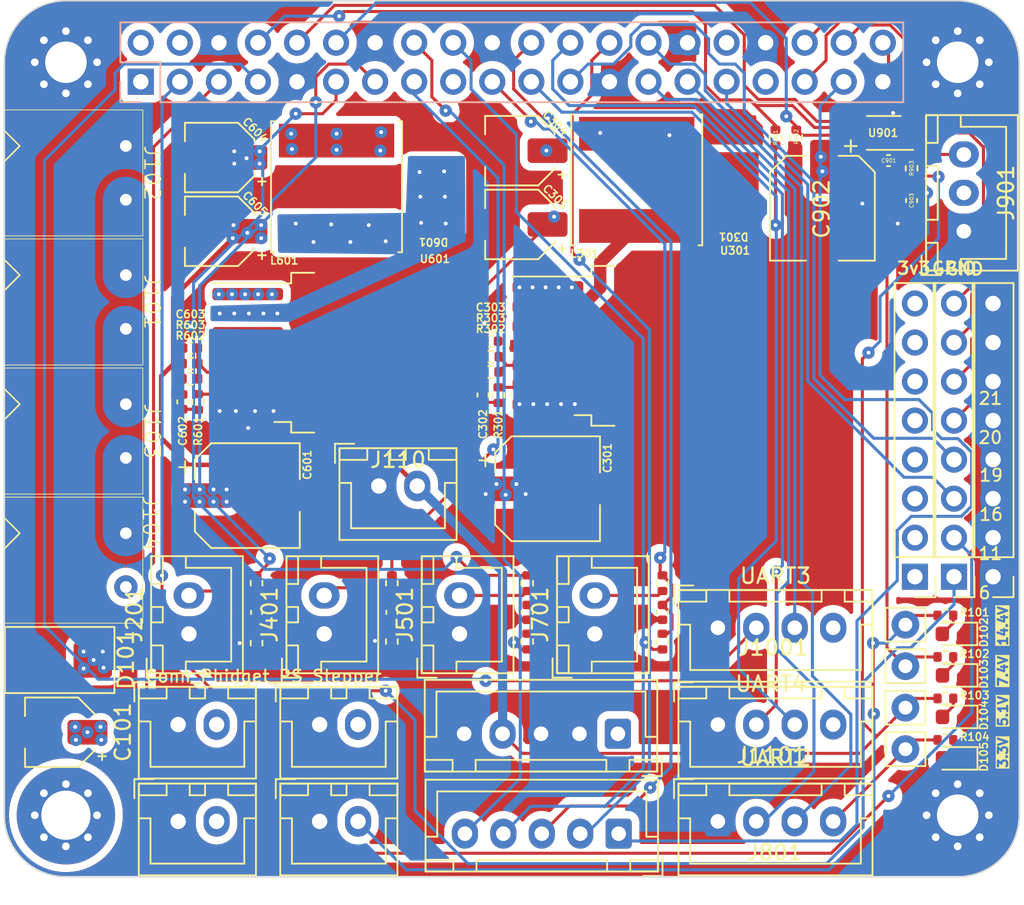
<source format=kicad_pcb>
(kicad_pcb (version 20221018) (generator pcbnew)
  (layers (0 "F.Cu" signal) (1 "In1.Cu" signal "In1.Cu - GND") (2 "In2.Cu" signal "In2.Cu - Power Supply") (31 "B.Cu" signal) (34 "B.Paste" user) (35 "F.Paste" user) (36 "B.SilkS" user "B.Silkscreen") (37 "F.SilkS" user "F.Silkscreen") (38 "B.Mask" user) (39 "F.Mask" user) (44 "Edge.Cuts" user))
  (property "Rbas" "2k8")
  (net 0 "")
  (net 1 "/FDC_2")
  (net 2 "GND")
  (net 3 "/FDC_3")
  (net 4 "/FDC_1")
  (net 5 "/FDC_4")
  (net 6 "+3.3V")
  (net 7 "7.4V")
  (net 8 "/GPIO2")
  (net 9 "/GPIO3")
  (net 10 "/GPIO6")
  (net 11 "/GPIO11")
  (net 12 "/GPIO16")
  (net 13 "/GPIO19")
  (net 14 "/GPIO20")
  (net 15 "/GPIO21")
  (net 16 "5.1V")
  (net 17 "/Uart3_TX")
  (net 18 "/Uart1_TX")
  (net 19 "/Uart1_RX")
  (net 20 "/UartTX_Enable")
  (net 21 "/S0_color_sensor")
  (net 22 "/S1_color_sensor")
  (net 23 "/Uart4_RX")
  (net 24 "/S2_color_sensor")
  (net 25 "/Uart4_TX")
  (net 26 "/S3_color_sensor")
  (net 27 "/Uart2_TX")
  (net 28 "/Uart2_RX")
  (net 29 "/Uart3_RX")
  (net 30 "/Uart5_TX")
  (net 31 "/Uart5_RX")
  (net 32 "/Out_color_sensor")
  (net 33 "14.4V")
  (net 34 "Net-(C302-Pad1)")
  (net 35 "Net-(U301-FB)")
  (net 36 "Net-(C602-Pad1)")
  (net 37 "Net-(U601-FB)")
  (net 38 "/XL_320_connector_and_buffer/DXL_Data")
  (net 39 "Net-(D102-A)")
  (net 40 "Net-(D103-A)")
  (net 41 "Net-(D104-A)")
  (net 42 "Net-(D105-A)")
  (net 43 "/BUCK_7.4V/voutbuck")
  (net 44 "/V_BAT")
  (net 45 "/BUCK_5.1V/voutbuck")
  (net 46 "Net-(J101-Pin_1)")
  (net 47 "Net-(J103-Pin_2)")
  (net 48 "Net-(J201-Pin_2)")
  (net 49 "Net-(J401-Pin_2)")
  (net 50 "Net-(J501-Pin_2)")
  (net 51 "Net-(J701-Pin_2)")
  (net 52 "/BUCK_7.4V/vc")
  (net 53 "/BUCK_5.1V/vc")
  (footprint "Capacitor_SMD:CP_Elec_6.3x7.7" (layer "F.Cu") (at 99.2 59.5 -90)
    (fp_text reference "C902")
    (fp_text value "100u")
  )
  (footprint "Capacitor_SMD:CP_Elec_4x5.4" (layer "F.Cu") (at 79.525 55.755 180)
    (fp_text reference "C304")
    (fp_text value "22u")
  )
  (footprint "custom:DST10100S" (layer "F.Cu") (at 73.93 56.3 90)
    (fp_text reference "D601")
    (fp_text value "D_Schottky")
  )
  (footprint "Resistor_SMD:R_0402_1005Metric" (layer "F.Cu") (at 97.5 54.9 -90)
    (fp_text reference "R902")
    (fp_text value "10k")
  )
  (footprint "custom:DST10100S" (layer "F.Cu") (at 93.455 55.855 90)
    (fp_text reference "D301")
    (fp_text value "D_Schottky")
  )
  (footprint "MountingHole:MountingHole_2.7mm_M2.5_Pad_Via" (layer "F.Cu") (at 50 99)
    (fp_text reference "H104" hide)
    (fp_text value "MountingHole_Pad" hide)
  )
  (footprint "Package_SO:VSSOP-8_2.3x2mm_P0.5mm" (layer "F.Cu") (at 103.2 54.6 180)
    (fp_text reference "U901")
    (fp_text value "74LVC2G241")
  )
  (footprint "Resistor_SMD:R_0402_1005Metric" (layer "F.Cu") (at 88.8 87.7 90)
    (fp_text reference "R701" hide)
    (fp_text value "100k")
  )
  (footprint "Resistor_SMD:R_0402_1005Metric" (layer "F.Cu") (at 58.11 69.61 180)
    (fp_text reference "R603")
    (fp_text value "2k2")
  )
  (footprint "Resistor_SMD:R_0402_1005Metric" (layer "F.Cu") (at 77.635 69.165 180)
    (fp_text reference "R303")
    (fp_text value "2k2")
  )
  (footprint "MountingHole:MountingHole_2.7mm_M2.5_Pad_Via" (layer "F.Cu") (at 108 50)
    (fp_text reference "H102" hide)
    (fp_text value "MountingHole_Pad" hide)
  )
  (footprint "Connector_JST:JST_XH_B2B-XH-A_1x02_P2.50mm_Vertical" (layer "F.Cu") (at 57.3 99.4)
    (fp_text reference "J107" hide)
    (fp_text value "Conn_Phidget_PS_Stepper_2")
  )
  (footprint "LED_SMD:LED_0603_1608Metric" (layer "F.Cu") (at 107.8 95.3 180)
    (fp_text reference "D105")
    (fp_text value "LED")
  )
  (footprint "Capacitor_SMD:CP_Elec_4x5.4" (layer "F.Cu") (at 49.6 93.6 180)
    (fp_text reference "C101")
    (fp_text value "10u")
  )
  (footprint "Diode_SMD:D_SMB" (layer "F.Cu") (at 49.6 88.9 180)
    (fp_text reference "D101")
    (fp_text value "TVS 20.5V")
  )
  (footprint "Resistor_SMD:R_0402_1005Metric" (layer "F.Cu") (at 88.8 83.9 -90)
    (fp_text reference "R702" hide)
    (fp_text value "1k")
  )
  (footprint "Capacitor_SMD:C_0402_1005Metric" (layer "F.Cu") (at 57.6 72.1 90)
    (fp_text reference "C602")
    (fp_text value "10n")
  )
  (footprint "Connector_JST:JST_XH_B5B-XH-A_1x05_P2.50mm_Vertical" (layer "F.Cu") (at 85.9 93.7 180)
    (fp_text reference "J114" hide)
    (fp_text value "Conn_01x05")
  )
  (footprint "Connector_PinHeader_2.54mm:PinHeader_1x08_P2.54mm_Vertical" (layer "F.Cu") (at 110.3 83.48 180)
    (fp_text reference "J111" hide)
    (fp_text value "Conn_GND" hide)
  )
  (footprint "Resistor_SMD:R_0402_1005Metric" (layer "F.Cu") (at 62.4 83.9 -90)
    (fp_text reference "R202" hide)
    (fp_text value "1k")
  )
  (footprint "Connector_JST:JST_XH_B2B-XH-A_1x02_P2.50mm_Vertical" (layer "F.Cu") (at 66.5 93.1)
    (fp_text reference "J108" hide)
    (fp_text value "Conn_Phidget_PS_Stepper_3")
  )
  (footprint "Connector_Pin:Pin_D0.9mm_L10.0mm_W2.4mm_FlatFork" (layer "F.Cu") (at 104.6 94.7)
    (fp_text reference "TP104" hide)
    (fp_text value "3V3")
  )
  (footprint "LED_SMD:LED_0603_1608Metric" (layer "F.Cu") (at 107.8 92.6 180)
    (fp_text reference "D104")
    (fp_text value "LED")
  )
  (footprint "custom:691322110002" (layer "F.Cu") (at 53.9 65.6 -90)
    (fp_text reference "J101")
    (fp_text value "Bat 2")
  )
  (footprint "Inductor_SMD:L_Changjiang_FNR8065S" (layer "F.Cu") (at 67.6 58.1 90)
    (fp_text reference "L601")
    (fp_text value "22m")
  )
  (footprint "Resistor_SMD:R_0402_1005Metric" (layer "F.Cu") (at 80 87.7 90)
    (fp_text reference "R501" hide)
    (fp_text value "100k")
  )
  (footprint "Connector_JST:JST_XH_B5B-XH-A_1x05_P2.50mm_Vertical" (layer "F.Cu") (at 85.95 100.2 180)
    (fp_text reference "J115" hide)
    (fp_text value "Conn_01x05")
  )
  (footprint "Connector_JST:JST_XH_B2B-XH-A_1x02_P2.50mm_Vertical" (layer "F.Cu") (at 70.35 77.575)
    (fp_text reference "J110")
    (fp_text value "Conn_01x02")
  )
  (footprint "Resistor_SMD:R_0402_1005Metric" (layer "F.Cu") (at 71.2 87.7 90)
    (fp_text reference "R401" hide)
    (fp_text value "100k")
  )
  (footprint "Connector_JST:JST_XH_B4B-XH-A_1x04_P2.50mm_Vertical" (layer "F.Cu") (at 92.4 99.4)
    (fp_text reference "J801")
    (fp_text value "Conn_UART")
  )
  (footprint "Capacitor_SMD:C_0402_1005Metric" (layer "F.Cu") (at 77.125 71.655 90)
    (fp_text reference "C302")
    (fp_text value "10n")
  )
  (footprint "Connector_Pin:Pin_D0.9mm_L10.0mm_W2.4mm_FlatFork" (layer "F.Cu") (at 104.6 89.3)
    (fp_text reference "TP103" hide)
    (fp_text value "7.4V")
  )
  (footprint "Resistor_SMD:R_0402_1005Metric" (layer "F.Cu") (at 105 56.9 90)
    (fp_text reference "R903")
    (fp_text value "10k")
  )
  (footprint "Resistor_SMD:R_0402_1005Metric" (layer "F.Cu") (at 62.4 87.8 90)
    (fp_text reference "R201" hide)
    (fp_text value "100k")
  )
  (footprint "custom:691322110002" (layer "F.Cu") (at 53.9 82.4 -90)
    (fp_text reference "J104")
    (fp_text value "Switch")
  )
  (footprint "Capacitor_SMD:CP_Elec_4x5.4" (layer "F.Cu") (at 79.525 60.555 180)
    (fp_text reference "C305")
    (fp_text value "22u")
  )
  (footprint "Capacitor_SMD:C_0402_1005Metric" (layer "F.Cu") (at 77.625 68.155 180)
    (fp_text reference "C303")
    (fp_text value "10n")
  )
  (footprint "Connector_JST:JST_XH_B4B-XH-A_1x04_P2.50mm_Vertical" (layer "F.Cu") (at 92.4 93.1)
    (fp_text reference "J1101")
    (fp_text value "Conn_UART")
  )
  (footprint "Inductor_SMD:L_Changjiang_FNR8065S" (layer "F.Cu") (at 87.125 57.655 90)
    (fp_text reference "L301")
    (fp_text value "22m")
  )
  (footprint "Resistor_SMD:R_0402_1005Metric" (layer "F.Cu") (at 80 83.9 -90)
    (fp_text reference "R502" hide)
    (fp_text value "1k")
  )
  (footprint "Capacitor_SMD:CP_Elec_6.3x7.7" (layer "F.Cu") (at 61.8 78.2)
    (fp_text reference "C601")
    (fp_text value "100u")
  )
  (footprint "Capacitor_SMD:C_0402_1005Metric" (layer "F.Cu") (at 58.1 68.6 180)
    (fp_text reference "C603")
    (fp_text value "10n")
  )
  (footprint "Connector_PinHeader_2.54mm:PinHeader_1x08_P2.54mm_Vertical" (layer "F.Cu") (at 105.22 83.48 180)
    (fp_text reference "J113" hide)
    (fp_text value "Conn_3.3V" hide)
  )
  (footprint "Package_TO_SOT_SMD:TO-263-7_TabPin4" (layer "F.Cu") (at 69.475 68.9)
    (fp_text reference "U601")
    (fp_text value "LT1076CR-PBF")
  )
  (footprint "Connector_JST:JST_XH_B3B-XH-A_1x03_P2.50mm_Vertical" (layer "F.Cu") (at 108.4 61 90)
    (fp_text reference "J901")
    (fp_text value "Conn_XL320")
  )
  (footprint "Resistor_SMD:R_0402_1005Metric" (layer "F.Cu") (at 107.2 91.4)
    (fp_text reference "R103")
    (fp_text value "1k")
  )
  (footprint "Resistor_SMD:R_0402_1005Metric" (layer "F.Cu") (at 77.625 70.155)
    (fp_text reference "R302")
    (fp_text value "2k87")
  )
  (footprint "MountingHole:MountingHole_2.7mm_M2.5_Pad_Via" (layer "F.Cu") (at 108 99)
    (fp_text reference "H103" hide)
    (fp_text value "MountingHole_Pad" hide)
  )
  (footprint "Connector_JST:JST_XH_B4B-XH-A_1x04_P2.50mm_Vertical" (layer "F.Cu") (at 92.4 86.8)
    (fp_text reference "J1001")
    (fp_text value "Conn_UART")
  )
  (footprint "Capacitor_SMD:C_0402_1005Metric" (layer "F.Cu") (at 105 59 -90)
    (fp_text reference "C903")
    (fp_text value "100n")
  )
  (footprint "Resistor_SMD:R_0402_1005Metric" (layer "F.Cu") (at 107.2 88.7)
    (fp_text reference "R102")
    (fp_text value "1k8")
  )
  (footprint "custom:691322110002" (layer "F.Cu") (at 53.9 74 -90)
    (fp_text reference "J103")
    (fp_text value "AU")
  )
  (footprint "custom:691322110002" (layer "F.Cu") (at 53.9 57.2 -90)
    (fp_text reference "J102")
    (fp_text value "Bat 1")
  )
  (footprint "Resistor_SMD:R_0402_1005Metric" (layer "F.Cu") (at 58.1 70.6)
    (fp_text reference "R602")
    (fp_text value "2k87")
  )
  (footprint "Capacitor_SMD:C_0402_1005Metric" (layer "F.Cu") (at 88.8 85.8 -90)
    (fp_text reference "C701" hide)
    (fp_text value "100n")
  )
  (footprint "Resistor_SMD:R_0402_1005Metric" (layer "F.Cu") (at 78.125 71.665 -90)
    (fp_text reference "R301")
    (fp_text value "2.7k")
  )
  (footprint "Connector_JST:JST_XH_B2B-XH-A_1x02_P2.50mm_Vertical" (layer "F.Cu") (at 84.4 87.2 90)
    (fp_text reference "J701")
    (fp_text value "Conn_FDC")
  )
  (footprint "Capacitor_SMD:CP_Elec_4x5.4" (layer "F.Cu") (at 60 61 180)
    (fp_text reference "C605")
    (fp_text value "22u")
  )
  (footprint "Capacitor_SMD:CP_Elec_4x5.4" (layer "F.Cu") (at 60 56.2 180)
    (fp_text reference "C604")
    (fp_text value "22u")
  )
  (footprint "Resistor_SMD:R_0402_1005Metric" (layer "F.Cu") (at 58.6 72.11 -90)
    (fp_text reference "R601")
    (fp_text value "2.7k")
  )
  (footprint "Capacitor_SMD:C_0402_1005Metric" (layer "F.Cu") (at 62.4 85.8 90)
    (fp_text reference "C201" hide)
    (fp_text value "100n")
  )
  (footprint "LED_SMD:LED_0603_1608Metric" (layer "F.Cu") (at 107.7875 87.2 180)
    (fp_text reference "D102")
    (fp_text value "LED")
  )
  (footprint "Resistor_SMD:R_0402_1005Metric" (layer "F.Cu") (at 107.2 94.1)
    (fp_text reference "R104")
    (fp_text value "1k")
  )
  (footprint "Capacitor_SMD:C_0402_1005Metric" (layer "F.Cu") (at 71.2 85.8 90)
    (fp_text reference "C401" hide)
    (fp_text value "100n")
  )
  (footprint "Capacitor_SMD:CP_Elec_6.3x7.7" (layer "F.Cu") (at 81.325 77.755)
    (fp_text reference "C301")
    (fp_text value "100u")
  )
  (footprint "Package_TO_SOT_SMD:TO-263-7_TabPin4" (layer "F.Cu") (at 89 68.455)
    (fp_text reference "U301")
    (fp_text value "LT1076CR-PBF")
  )
  (footprint "LED_SMD:LED_0603_1608Metric" (layer "F.Cu") (at 107.8 89.9 180)
    (fp_text reference "D103")
    (fp_text value "LED")
  )
  (footprint "Connector_JST:JST_XH_B2B-XH-A_1x02_P2.50mm_Vertical" (layer "F.Cu") (at 75.6 87.2 90)
    (fp_text reference "J501")
    (fp_text value "Conn_FDC")
  )
  (footprint "" (layer "F.Cu") (at 50 99)
    (fp_text reference "")
    (fp_text value "")
  )
  (footprint "Connector_Pin:Pin_D0.9mm_L10.0mm_W2.4mm_FlatFork" (layer "F.Cu") (at 104.6 92)
    (fp_text reference "TP102" hide)
    (fp_text value "5.1V")
  )
  (footprint "Capacitor_SMD:C_0402_1005Metric" (layer "F.Cu") (at 80 85.8 -90)
    (fp_text reference "C501" hide)
    (fp_text value "100n")
  )
  (footprint "Capacitor_SMD:C_0402_1005Metric" (layer "F.Cu") (at 103.5 56.4)
    (fp_text reference "C901")
    (fp_text value "100n")
  )
  (footprint "Connector_Pin:Pin_D0.9mm_L10.0mm_W2.4mm_FlatFork" (layer "F.Cu") (at 104.6 86.6)
    (fp_text reference "TP101" hide)
    (fp_text value "TestPoint")
  )
  (footprint "Resistor_SMD:R_0402_1005Metric" (layer "F.Cu") (at 107.2 86)
    (fp_text reference "R101")
    (fp_text value "4k7")
  )
  (footprint "Connector_JST:JST_XH_B2B-XH-A_1x02_P2.50mm_Vertical" (layer "F.Cu") (at 58 87.2 90)
    (fp_text reference "J201")
    (fp_text value "Conn_FDC")
  )
  (footprint "Resistor_SMD:R_0402_1005Metric" (layer "F.Cu") (at 96.15 54.9 90)
    (fp_text reference "R901")
    (fp_text value "10k")
  )
  (footprint "Resistor_SMD:R_0402_1005Metric" (layer "F.Cu") (at 71.2 83.9 -90)
    (fp_text reference "R402" hide)
    (fp_text value "1k")
  )
  (footprint "Connector_PinHeader_2.54mm:PinHeader_1x08_P2.54mm_Vertical" (layer "F.Cu") (at 107.76 83.48 180)
    (fp_text reference "J112" hide)
    (fp_text value "Conn_GPIO_unused" hide)
  )
  (footprint "MountingHole:MountingHole_2.7mm_M2.5_Pad_Via" (layer "F.Cu") (at 50 50)
    (fp_text reference "H101" hide)
    (fp_text value "MountingHole_Pad" hide)
  )
  (footprint "Connector_JST:JST_XH_B2B-XH-A_1x02_P2.50mm_Vertical" (layer "F.Cu") (at 66.5 99.4)
    (fp_text reference "J109" hide)
    (fp_text value "Conn_Phidget_PS_Stepper_4")
  )
  (footprint "Connector_JST:JST_XH_B2B-XH-A_1x02_P2.50mm_Vertical" (layer "F.Cu") (at 57.3 93.1)
    (fp_text reference "J106" hide)
    (fp_text value "Conn_Phidget_PS_Stepper_1")
  )
  (footprint "Connector_JST:JST_XH_B2B-XH-A_1x02_P2.50mm_Vertical" (layer "F.Cu") (at 66.8 87.2 90)
    (fp_text reference "J401")
    (fp_text value "Conn_FDC")
  )
  (footprint "Connector_PinSocket_2.54mm:PinSocket_2x20_P2.54mm_Vertical" (layer "B.Cu") (at 54.87 51.27 -90)
    (fp_text reference "J105" hide)
    (fp_text value "Conn_RPI" hide)
  )
  (gr_arc (start 50 103) (mid 47.171573 101.828427) (end 46 99) (stroke (width 0.1)) (layer "Edge.Cuts"))
  (gr_arc (start 112 99) (mid 110.828427 101.828427) (end 108 103) (stroke (width 0.1)) (layer "Edge.Cuts"))
  (gr_line (start 112 50) (end 112 99) (stroke (width 0.1)) (layer "Edge.Cuts"))
  (gr_line (start 46 99) (end 46 50) (stroke (width 0.1)) (layer "Edge.Cuts"))
  (gr_line (start 50 46) (end 108 46) (stroke (width 0.1)) (layer "Edge.Cuts"))
  (gr_arc (start 108 46) (mid 110.828427 47.171573) (end 112 50) (stroke (width 0.1)) (layer "Edge.Cuts"))
  (gr_arc (start 46 50) (mid 47.171573 47.171573) (end 50 46) (stroke (width 0.1)) (layer "Edge.Cuts"))
  (gr_line (start 50 103) (end 108 103) (stroke (width 0.1)) (layer "Edge.Cuts"))
  (gr_text "Conn_Phidget_PS_Stepper" (at 55.075 90.425) (layer "F.SilkS") (effects (font (size 0.8 0.8) (thickness 0.125)) (justify left bottom)))
  (gr_text "6" (at 109.28 84.995) (layer "F.SilkS") (effects (font (size 0.8 0.8) (thickness 0.125)) (justify left bottom)))
  (gr_text "19" (at 109.33 77.345) (layer "F.SilkS") (effects (font (size 0.8 0.8) (thickness 0.125)) (justify left bottom)))
  (gr_text "7.4V" (at 111.3 90.7 90) (layer "F.SilkS" knockout) (effects (font (size 0.6 0.6) (thickness 0.15) bold) (justify left bottom)))
  (gr_text "20" (at 109.28 74.895) (layer "F.SilkS") (effects (font (size 0.8 0.8) (thickness 0.125)) (justify left bottom)))
  (gr_text "21" (at 109.28 72.345) (layer "F.SilkS") (effects (font (size 0.8 0.8) (thickness 0.125)) (justify left bottom)))
  (gr_text "3.3V" (at 111.3 96 90) (layer "F.SilkS" knockout) (effects (font (size 0.6 0.6) (thickness 0.15) bold) (justify left bottom)))
  (gr_text "11" (at 109.28 82.445) (layer "F.SilkS") (effects (font (size 0.8 0.8) (thickness 0.125)) (justify left bottom)))
  (gr_text "14.4V" (at 111.3 88.04 90) (layer "F.SilkS" knockout) (effects (font (size 0.6 0.6) (thickness 0.15) bold) (justify left bottom)))
  (gr_text "16" (at 109.33 79.895) (layer "F.SilkS") (effects (font (size 0.8 0.8) (thickness 0.125)) (justify left bottom)))
  (gr_text "5.1V" (at 111.3 93.3 90) (layer "F.SilkS" knockout) (effects (font (size 0.6 0.6) (thickness 0.15) bold) (justify left bottom)))
  (segment (start 63.25 82.3) (end 63.25 82.54) (width 0.2) (layer "F.Cu") (net 1))
  (segment (start 66.25 52.6) (end 66.25 50.963654) (width 0.2) (layer "F.Cu") (net 1))
  (segment (start 62.4 86.28) (end 63.02 85.66) (width 0.2) (layer "F.Cu") (net 1))
  (segment (start 63.02 84.01) (end 62.4 83.39) (width 0.2) (layer "F.Cu") (net 1))
  (segment (start 63.25 82.54) (end 62.4 83.39) (width 0.2) (layer "F.Cu") (net 1))
  (segment (start 62.4 87.29) (end 62.4 86.28) (width 0.2) (layer "F.Cu") (net 1))
  (segment (start 66.25 50.963654) (end 67.093654 50.12) (width 0.2) (layer "F.Cu") (net 1))
  (segment (start 68.96 50.12) (end 70.11 51.27) (width 0.2) (layer "F.Cu") (net 1))
  (segment (start 63.02 85.66) (end 63.02 84.01) (width 0.2) (layer "F.Cu") (net 1))
  (segment (start 67.093654 50.12) (end 68.96 50.12) (width 0.2) (layer "F.Cu") (net 1))
  (via (at 63.25 82.3) (size 0.8) (drill 0.25) (layers "F.Cu" "B.Cu") (net 1))
  (via (at 66.25 52.6) (size 0.8) (drill 0.25) (layers "F.Cu" "B.Cu") (net 1))
  (segment (start 66.25 52.6) (end 66.25 56.2) (width 0.2) (layer "B.Cu") (net 1))
  (segment (start 63.35 59.1) (end 63.35 59.88995) (width 0.2) (layer "B.Cu") (net 1))
  (segment (start 66.25 56.2) (end 63.35 59.1) (width 0.2) (layer "B.Cu") (net 1))
  (segment (start 58.7 64.53995) (end 58.7 77.75) (width 0.2) (layer "B.Cu") (net 1))
  (segment (start 63.35 59.88995) (end 58.7 64.53995) (width 0.2) (layer "B.Cu") (net 1))
  (segment (start 58.7 77.75) (end 63.25 82.3) (width 0.2) (layer "B.Cu") (net 1))
  (segment (start 56.99 72.23) (end 56.99 73.49) (width 0.2) (layer "F.Cu") (net 2))
  (segment (start 57.62 68.6) (end 57.62 69.59) (width 0.2) (layer "F.Cu") (net 2))
  (segment (start 77.125 68.175) (end 77.145 68.155) (width 0.2) (layer "F.Cu") (net 2))
  (segment (start 57.62 68.6) (end 57.62 67.73) (width 0.2) (layer "F.Cu") (net 2))
  (segment (start 57.62 69.59) (end 57.6 69.61) (width 0.2) (layer "F.Cu") (net 2))
  (segment (start 104.2 53.3) (end 104.75 53.85) (width 0.2) (layer "F.Cu") (net 2))
  (segment (start 77.145 68.155) (end 77.145 67.055) (width 0.2) (layer "F.Cu") (net 2))
  (segment (start 77.145 67.055) (end 77.2 67) (width 0.2) (layer "F.Cu") (net 2))
  (segment (start 57.62 67.73) (end 58.15 67.2) (width 0.2) (layer "F.Cu") (net 2))
  (segment (start 56.99 73.49) (end 57.45 73.95) (width 0.2) (layer "F.Cu") (net 2))
  (segment (start 77.125 69.165) (end 77.125 68.175) (width 0.2) (layer "F.Cu") (net 2))
  (segment (start 57.6 71.62) (end 56.99 72.23) (width 0.2) (layer "F.Cu") (net 2))
  (segment (start 103.8 53.3) (end 104.2 53.3) (width 0.2) (layer "F.Cu") (net 2))
  (via (at 57.45 73.95) (size 0.8) (drill 0.25) (layers "F.Cu" "B.Cu") (net 2))
  (via (at 58.15 67.2) (size 0.8) (drill 0.25) (layers "F.Cu" "B.Cu") (net 2))
  (via (at 103.8 53.3) (size 0.8) (drill 0.25) (layers "F.Cu" "B.Cu") (net 2))
  (via (at 77.2 67) (size 0.8) (drill 0.25) (layers "F.Cu" "B.Cu") (net 2))
  (segment (start 71.2 81.8) (end 71.2 83.39) (width 0.2) (layer "F.Cu") (net 3))
  (segment (start 77.8 75.2) (end 71.2 81.8) (width 0.2) (layer "F.Cu") (net 3))
  (segment (start 71.82 84.01) (end 71.82 85.66) (width 0.2) (layer "F.Cu") (net 3))
  (segment (start 71.2 87.19) (end 71.2 86.28) (width 0.2) (layer "F.Cu") (net 3))
  (segment (start 71.82 85.66) (end 71.2 86.28) (width 0.2) (layer "F.Cu") (net 3))
  (segment (start 71.2 83.39) (end 71.82 84.01) (width 0.2) (layer "F.Cu") (net 3))
  (via (at 77.8 75.2) (size 0.8) (drill 0.25) (layers "F.Cu" "B.Cu") (net 3))
  (segment (start 78.1 74.9) (end 78.1 57.53995) (width 0.2) (layer "B.Cu") (net 3))
  (segment (start 72.65 52.08995) (end 72.65 51.27) (width 0.2) (layer "B.Cu") (net 3))
  (segment (start 77.8 75.2) (end 78.1 74.9) (width 0.2) (layer "B.Cu") (net 3))
  (segment (start 78.1 57.53995) (end 72.65 52.08995) (width 0.2) (layer "B.Cu") (net 3))
  (segment (start 76.59 83.39) (end 80 83.39) (width 0.2) (layer "F.Cu") (net 4))
  (segment (start 67.57 51.27) (end 67.57 52.472081) (width 0.2) (layer "F.Cu") (net 4))
  (segment (start 80.309999 85.32) (end 80.62 85.009999) (width 0.2) (layer "F.Cu") (net 4))
  (segment (start 80.61 86.899999) (end 80.61 85.93) (width 0.2) (layer "F.Cu") (net 4))
  (segment (start 80 87.19) (end 80.319999 87.19) (width 0.2) (layer "F.Cu") (net 4))
  (segment (start 67.57 52.472081) (end 66.692081 53.35) (width 0.2) (layer "F.Cu") (net 4))
  (segment (start 66.692081 53.35) (end 64.95 53.35) (width 0.2) (layer "F.Cu") (net 4))
  (segment (start 80 85.32) (end 80.309999 85.32) (width 0.2) (layer "F.Cu") (net 4))
  (segment (start 80.319999 87.19) (end 80.61 86.899999) (width 0.2) (layer "F.Cu") (net 4))
  (segment (start 80.61 85.93) (end 80 85.32) (width 0.2) (layer "F.Cu") (net 4))
  (segment (start 80.62 84.01) (end 80 83.39) (width 0.2) (layer "F.Cu") (net 4))
  (segment (start 80.62 85.009999) (end 80.62 84.01) (width 0.2) (layer "F.Cu") (net 4))
  (segment (start 75.4 82.2) (end 76.59 83.39) (width 0.2) (layer "F.Cu") (net 4))
  (via (at 75.4 82.2) (size 0.8) (drill 0.25) (layers "F.Cu" "B.Cu") (net 4))
  (via (at 64.95 53.35) (size 0.8) (drill 0.25) (layers "F.Cu" "B.Cu") (net 4))
  (segment (start 62.8 59.85) (end 58.3 64.35) (width 0.2) (layer "B.Cu") (net 4))
  (segment (start 62.8 55.5) (end 62.8 59.85) (width 0.2) (layer "B.Cu") (net 4))
  (segment (start 74.6 83) (end 75.4 82.2) (width 0.2) (layer "B.Cu") (net 4))
  (segment (start 64.95 53.35) (end 62.8 55.5) (width 0.2) (layer "B.Cu") (net 4))
  (segment (start 62.96005 83) (end 74.6 83) (width 0.2) (layer "B.Cu") (net 4))
  (segment (start 58.3 64.35) (end 58.3 78.33995) (width 0.2) (layer "B.Cu") (net 4))
  (segment (start 58.3 78.33995) (end 62.96005 83) (width 0.2) (layer "B.Cu") (net 4))
  (segment (start 89.42 86.889999) (end 89.42 85.94) (width 0.2) (layer "F.Cu") (net 5))
  (segment (start 89.42 85.94) (end 88.8 85.32) (width 0.2) (layer "F.Cu") (net 5))
  (segment (start 80.241852 53.858148) (end 80.241852 53.781852) (width 0.2) (layer "F.Cu") (net 5))
  (segment (start 80.241852 53.781852) (end 77.73 51.27) (width 0.2) (layer "F.Cu") (net 5))
  (segment (start 88.65 82.25) (end 88.65 83.24) (width 0.2) (layer "F.Cu") (net 5))
  (segment (start 88.8 85.32) (end 88.828924 85.32) (width 0.2) (layer "F.Cu") (net 5))
  (segment (start 89.119999 87.19) (end 89.42 86.889999) (width 0.2) (layer "F.Cu") (net 5))
  (segment (start 88.65 83.24) (end 88.8 83.39) (width 0.2) (layer "F.Cu") (net 5))
  (segment (start 88.828924 85.32) (end 89.42 84.728924) (width 0.2) (layer "F.Cu") (net 5))
  (segment (start 88.8 87.19) (end 89.119999 87.19) (width 0.2) (layer "F.Cu") (net 5))
  (segment (start 89.42 84.01) (end 88.8 83.39) (width 0.2) (layer "F.Cu") (net 5))
  (segment (start 89.42 84.728924) (end 89.42 84.01) (width 0.2) (layer "F.Cu") (net 5))
  (via (at 88.65 82.25) (size 0.8) (drill 0.25) (layers "F.Cu" "B.Cu") (net 5))
  (via (at 80.241852 53.858148) (size 0.8) (drill 0.25) (layers "F.Cu" "B.Cu") (net 5))
  (segment (start 88.95 81.9) (end 88.65 82.2) (width 0.2) (layer "B.Cu") (net 5))
  (segment (start 81.484314 54.35) (end 88.942157 61.807843) (width 0.2) (layer "B.Cu") (net 5))
  (segment (start 88.95 61.815686) (end 88.95 81.9) (width 0.2) (layer "B.Cu") (net 5))
  (segment (start 80.241852 53.858148) (end 80.568198 53.858148) (width 0.2) (layer "B.Cu") (net 5))
  (segment (start 88.942157 61.807843) (end 88.95 61.815686) (width 0.2) (layer "B.Cu") (net 5))
  (segment (start 88.65 82.2) (end 88.65 82.25) (width 0.2) (layer "B.Cu") (net 5))
  (segment (start 81.06005 54.35) (end 81.484314 54.35) (width 0.2) (layer "B.Cu") (net 5))
  (segment (start 80.568198 53.858148) (end 81.06005 54.35) (width 0.2) (layer "B.Cu") (net 5))
  (segment (start 71.2 88.21) (end 70.66 88.21) (width 0.2) (layer "F.Cu") (net 6))
  (segment (start 80 88.21) (end 79.61 88.21) (width 0.2) (layer "F.Cu") (net 6))
  (segment (start 103.02 56.4) (end 103.02 59.42) (width 0.2) (layer "F.Cu") (net 6))
  (segment (start 88.16 88.21) (end 87.7 87.75) (width 0.2) (layer "F.Cu") (net 6))
  (segment (start 105.2 94.1) (end 104.6 94.7) (width 0.2) (layer "F.Cu") (net 6))
  (segment (start 88.8 88.21) (end 88.16 88.21) (width 0.2) (layer "F.Cu") (net 6))
  (segment (start 104.6 94.7) (end 99.9 99.4) (width 0.2) (layer "F.Cu") (net 6))
  (segment (start 79.61 88.21) (end 79.15 87.75) (width 0.2) (layer "F.Cu") (net 6))
  (segment (start 103.02 59.42) (end 104.1 60.5) (width 0.2) (layer "F.Cu") (net 6))
  (segment (start 70.66 88.21) (end 70.1 87.65) (width 0.2) (layer "F.Cu") (net 6))
  (segment (start 106.69 94.1) (end 105.2 94.1) (width 0.2) (layer "F.Cu") (net 6))
  (segment (start 61.81 88.31) (end 61.3 87.8) (width 0.2) (layer "F.Cu") (net 6))
  (segment (start 62.4 88.31) (end 61.81 88.31) (width 0.2) (layer "F.Cu") (net 6))
  (segment (start 101.65 55.35) (end 101.97 55.35) (width 0.2) (layer "F.Cu") (net 6))
  (segment (start 101.97 55.35) (end 103.02 56.4) (width 0.2) (layer "F.Cu") (net 6))
  (segment (start 96.15 60.6) (end 96.15 55.41) (width 0.2) (layer "F.Cu") (net 6))
  (via (at 96.15 60.6) (size 0.8) (drill 0.25) (layers "F.Cu" "B.Cu") (net 6))
  (via (at 61.3 87.8) (size 0.8) (drill 0.25) (layers "F.Cu" "B.Cu") (net 6))
  (via (at 87.7 87.75) (size 0.8) (drill 0.25) (layers "F.Cu" "B.Cu") (net 6))
  (via (at 70.1 87.65) (size 0.8) (drill 0.25) (layers "F.Cu" "B.Cu") (net 6))
  (via (at 104.1 60.5) (size 0.8) (drill 0.25) (layers "F.Cu" "B.Cu") (net 6))
  (via (at 79.15 87.75) (size 0.8) (drill 0.25) (layers "F.Cu" "B.Cu") (net 6))
  (segment (start 76.3 65.58) (end 81.325 60.555) (width 0.2) (layer "F.Cu") (net 7))
  (segment (start 77.115 70.155) (end 76.555 69.595) (width 0.2) (layer "F.Cu") (net 7))
  (segment (start 81.32 55.755) (end 81.25 55.75) (width 0.8) (layer "F.Cu") (net 7))
  (segment (start 103.4 60.8) (end 101.8 59.2) (width 0.2) (layer "F.Cu") (net 7))
  (segment (start 105.02 58.5) (end 105 58.52) (width 0.2) (layer "F.Cu") (net 7))
  (segment (start 103.4 88.1) (end 103.4 60.8) (width 0.2) (layer "F.Cu") (net 7))
  (segment (start 76.545 69.595) (end 76.3 69.35) (width 0.2) (layer "F.Cu") (net 7))
  (segment (start 105.2 88.7) (end 104.6 89.3) (width 0.2) (layer "F.Cu") (net 7))
  (segment (start 106 58.5) (end 105.02 58.5) (width 0.2) (layer "F.Cu") (net 7))
  (segment (start 81.325 55.755) (end 81.32 55.755) (width 0.8) (layer "F.Cu") (net 7))
  (segment (start 76.3 69.35) (end 76.3 65.58) (width 0.2) (layer "F.Cu") (net 7))
  (segment (start 104.6 89.3) (end 103.4 88.1) (width 0.2) (layer "F.Cu") (net 7))
  (segment (start 106.69 88.7) (end 105.2 88.7) (width 0.2) (layer "F.Cu") (net 7))
  (segment (start 76.555 69.595) (end 76.545 69.595) (width 0.2) (layer "F.Cu") (net 7))
  (via (at 84.75 54.6) (size 0.8) (drill 0.25) (layers "F.Cu" "B.Cu") (net 7))
  (via (at 99.1 56.15) (size 0.8) (drill 0.25) (layers "F.Cu" "B.Cu") (net 7))
  (via (at 99.2 57.1) (size 0.8) (drill 0.25) (layers "F.Cu" "B.Cu") (net 7))
  (via (at 89.25 54.75) (size 0.8) (drill 0.25) (layers "F.Cu" "B.Cu") (net 7))
  (via (at 101.8 59.2) (size 0.8) (drill 0.25) (layers "F.Cu" "B.Cu") (net 7))
  (via (at 81.75 60.05) (size 0.8) (drill 0.25) (layers "F.Cu" "B.Cu") (net 7))
  (via (at 81.25 55.75) (size 0.8) (drill 0.25) (layers "F.Cu" "B.Cu") (net 7))
  (via (at 106 58.5) (size 0.8) (drill 0.25) (layers "F.Cu" "B.Cu") (net 7))
  (segment (start 59.565256 90.9) (end 70.8 90.9) (width 0.2) (layer "F.Cu") (net 8))
  (segment (start 56.25 87.584744) (end 59.565256 90.9) (width 0.2) (layer "F.Cu") (net 8))
  (segment (start 56.25 83.4) (end 56.25 87.584744) (width 0.2) (layer "F.Cu") (net 8))
  (via (at 70.8 90.9) (size 0.8) (drill 0.25) (layers "F.Cu" "B.Cu") (net 8))
  (via (at 56.25 83.4) (size 0.8) (drill 0.25) (layers "F.Cu" "B.Cu") (net 8))
  (segment (start 86.5 102.15) (end 76.148654 102.15) (width 0.2) (layer "B.Cu") (net 8))
  (segment (start 99.467032 102.15) (end 86.5 102.15) (width 0.2) (layer "B.Cu") (net 8))
  (segment (start 101.85 90.352943) (end 101.85 99.767032) (width 0.2) (layer "B.Cu") (net 8))
  (segment (start 56.25 52.43) (end 57.41 51.27) (width 0.2) (layer "B.Cu") (net 8))
  (segment (start 72.7 98.701346) (end 72.7 95.25) (width 0.2) (layer "B.Cu") (net 8))
  (segment (start 107.76 85.29) (end 104.95 88.1) (width 0.2) (layer "B.Cu") (net 8))
  (segment (start 56.25 83.4) (end 56.25 52.43) (width 0.2) (layer "B.Cu") (net 8))
  (segment (start 72.7 92.8) (end 70.8 90.9) (width 0.2) (layer "B.Cu") (net 8))
  (segment (start 101.85 99.767032) (end 99.467032 102.15) (width 0.2) (layer "B.Cu") (net 8))
  (segment (start 107.76 83.48) (end 107.76 85.29) (width 0.2) (layer "B.Cu") (net 8))
  (segment (start 76.148654 102.15) (end 72.7 98.701346) (width 0.2) (layer "B.Cu") (net 8))
  (segment (start 104.102943 88.1) (end 101.85 90.352943) (width 0.2) (layer "B.Cu") (net 8))
  (segment (start 72.7 95.25) (end 72.7 92.8) (width 0.2) (layer "B.Cu") (net 8))
  (segment (start 104.95 88.1) (end 104.102943 88.1) (width 0.2) (layer "B.Cu") (net 8))
  (segment (start 55.7 82.555025) (end 55.7 55.52) (width 0.2) (layer "F.Cu") (net 9))
  (segment (start 99.775 101.475) (end 66.440256 101.475) (width 0.2) (layer "F.Cu") (net 9))
  (segment (start 66.440256 101.475) (end 60.365256 95.4) (width 0.2) (layer "F.Cu") (net 9))
  (segment (start 56.6 95.4) (end 55.25 94.05) (width 0.2) (layer "F.Cu") (net 9))
  (segment (start 60.365256 95.4) (end 56.6 95.4) (width 0.2) (layer "F.Cu") (net 9))
  (segment (start 55.25 83.005025) (end 55.7 82.555025) (width 0.2) (layer "F.Cu") (net 9))
  (segment (start 103.5 97.75) (end 99.775 101.475) (width 0.2) (layer "F.Cu") (net 9))
  (segment (start 55.25 94.05) (end 55.25 83.005025) (width 0.2) (layer "F.Cu") (net 9))
  (segment (start 55.7 55.52) (end 59.95 51.27) (width 0.2) (layer "F.Cu") (net 9))
  (via (at 103.5 97.75) (size 0.8) (drill 0.25) (layers "F.Cu" "B.Cu") (net 9))
  (segment (start 108.91 82.09) (end 108.91 92.34) (width 0.2) (layer "B.Cu") (net 9))
  (segment (start 107.76 80.94) (end 108.91 82.09) (width 0.2) (layer "B.Cu") (net 9))
  (segment (start 108.91 92.34) (end 103.5 97.75) (width 0.2) (layer "B.Cu") (net 9))
  (segment (start 92.97 51.27) (end 92.97 52.678629) (width 0.2) (layer "B.Cu") (net 10))
  (segment (start 92.97 52.678629) (end 98.25 57.95863) (width 0.2) (layer "B.Cu") (net 10))
  (segment (start 98.25 57.95863) (end 98.25 70.75) (width 0.2) (layer "B.Cu") (net 10))
  (segment (start 104.51 77.01) (end 106.37 77.01) (width 0.2) (layer "B.Cu") (net 10))
  (segment (start 106.37 77.01) (end 107.76 78.4) (width 0.2) (layer "B.Cu") (net 10))
  (segment (start 98.25 70.75) (end 104.51 77.01) (width 0.2) (layer "B.Cu") (net 10))
  (segment (start 98.65 70.584314) (end 102.535686 74.47) (width 0.2) (layer "B.Cu") (net 11))
  (segment (start 94.12 50.71) (end 94.12 53.262943) (width 0.2) (layer "B.Cu") (net 11))
  (segment (start 98.65 57.792945) (end 98.65 70.584314) (width 0.2) (layer "B.Cu") (net 11))
  (segment (start 93.53 50.12) (end 94.12 50.71) (width 0.2) (layer "B.Cu") (net 11))
  (segment (start 90.876346 47.55) (end 91.8 48.473654) (width 0.2) (layer "B.Cu") (net 11))
  (segment (start 102.535686 74.47) (end 106.37 74.47) (width 0.2) (layer "B.Cu") (net 11))
  (segment (start 91.8 48.473654) (end 91.8 49.426346) (width 0.2) (layer "B.Cu") (net 11))
  (segment (start 83.96 50.12) (end 85.62 50.12) (width 0.2) (layer "B.Cu") (net 11))
  (segment (start 86.74 48.253654) (end 87.443654 47.55) (width 0.2) (layer "B.Cu") (net 11))
  (segment (start 94.12 53.262943) (end 98.65 57.792945) (width 0.2) (layer "B.Cu") (net 11))
  (segment (start 91.8 49.426346) (end 92.493654 50.12) (width 0.2) (layer "B.Cu") (net 11))
  (segment (start 92.493654 50.12) (end 93.53 50.12) (width 0.2) (layer "B.Cu") (net 11))
  (segment (start 106.37 74.47) (end 107.76 75.86) (width 0.2) (layer "B.Cu") (net 11))
  (segment (start 87.443654 47.55) (end 90.876346 47.55) (width 0.2) (layer "B.Cu") (net 11))
  (segment (start 86.74 49) (end 86.74 48.253654) (width 0.2) (layer "B.Cu") (net 11))
  (segment (start 82.81 51.27) (end 83.96 50.12) (width 0.2) (layer "B.Cu") (net 11))
  (segment (start 85.62 50.12) (end 86.74 49) (width 0.2) (layer "B.Cu") (net 11))
  (segment (start 100.18 46.6) (end 98.05 48.73) (width 0.2) (layer "F.Cu") (net 12))
  (segment (start 111.45 71.256346) (end 111.45 66.9) (width 0.2) (layer "F.Cu") (net 12))
  (segment (start 111.85 65) (end 111.5 64.65) (width 0.2) (layer "F.Cu") (net 12))
  (segment (start 111.5 48.691673) (end 109.408327 46.6) (width 0.2) (layer "F.Cu") (net 12))
  (segment (start 111.85 66.5) (end 111.85 65) (width 0.2) (layer "F.Cu") (net 12))
  (segment (start 111.45 66.9) (end 111.85 66.5) (width 0.2) (layer "F.Cu") (net 12))
  (segment (start 107.76 73.32) (end 108.91 72.17) (width 0.2) (layer "F.Cu") (net 12))
  (segment (start 111.5 64.65) (end 111.5 48.691673) (width 0.2) (layer "F.Cu") (net 12))
  (segment (start 110.536346 72.17) (end 111.45 71.256346) (width 0.2) (layer "F.Cu") (net 12))
  (segment (start 108.91 72.17) (end 110.536346 72.17) (width 0.2) (layer "F.Cu") (net 12))
  (segment (start 109.408327 46.6) (end 100.18 46.6) (width 0.2) (layer "F.Cu") (net 12))
  (segment (start 99.44 49.88) (end 99.44 48.253654) (width 0.2) (layer "F.Cu") (net 13))
  (segment (start 100.693654 47) (end 109.242641 47) (width 0.2) (layer "F.Cu") (net 13))
  (segment (start 111.1 48.857359) (end 111.1 64.873654) (width 0.2) (layer "F.Cu") (net 13))
  (segment (start 110.063654 66.85) (end 108.91 68.003654) (width 0.2) (layer "F.Cu") (net 13))
  (segment (start 108.91 69.63) (end 107.76 70.78) (width 0.2) (layer "F.Cu") (net 13))
  (segment (start 111.1 64.873654) (end 111.45 65.223654) (width 0.2) (layer "F.Cu") (net 13))
  (segment (start 99.44 48.253654) (end 100.693654 47) (width 0.2) (layer "F.Cu") (net 13))
  (segment (start 108.91 68.003654) (end 108.91 69.63) (width 0.2) (layer "F.Cu") (net 13))
  (segment (start 110.776346 66.85) (end 110.063654 66.85) (width 0.2) (layer "F.Cu") (net 13))
  (segment (start 111.45 66.176346) (end 110.776346 66.85) (width 0.2) (layer "F.Cu") (net 13))
  (segment (start 98.05 51.27) (end 99.44 49.88) (width 0.2) (layer "F.Cu") (net 13))
  (segment (start 111.45 65.223654) (end 111.45 66.176346) (width 0.2) (layer "F.Cu") (net 13))
  (segment (start 109.242641 47) (end 111.1 48.857359) (width 0.2) (layer "F.Cu") (net 13))
  (segment (start 104.68 51.58) (end 104.68 48.653654) (width 0.2) (layer "F.Cu") (net 14))
  (segment (start 110.075 55.357968) (end 108.909189 54.192157) (width 0.2) (layer "F.Cu") (net 14))
  (segment (start 107.292157 54.192157) (end 104.68 51.58) (width 0.2) (layer "F.Cu") (net 14))
  (segment (start 108.909189 54.192157) (end 107.292157 54.192157) (width 0.2) (layer "F.Cu") (net 14))
  (segment (start 103.606346 47.58) (end 101.74 47.58) (width 0.2) (layer "F.Cu") (net 14))
  (segment (start 108.91 65.115686) (end 110.075 63.950685) (width 0.2) (layer "F.Cu") (net 14))
  (segment (start 101.74 47.58) (end 100.59 48.73) (width 0.2) (layer "F.Cu") (net 14))
  (segment (start 107.76 68.24) (end 108.91 67.09) (width 0.2) (layer "F.Cu") (net 14))
  (segment (start 104.68 48.653654) (end 103.606346 47.58) (width 0.2) (layer "F.Cu") (net 14))
  (segment (start 108.91 67.09) (end 108.91 65.115686) (width 0.2) (layer "F.Cu") (net 14))
  (segment (start 110.075 63.950685) (end 110.075 55.357968) (width 0.2) (layer "F.Cu") (net 14))
  (segment (start 104.28 51.745686) (end 104.28 50.793654) (width 0.2) (layer "F.Cu") (net 15))
  (segment (start 107.76 65.7) (end 109.675 63.785) (width 0.2) (layer "F.Cu") (net 15))
  (segment (start 107.134314 54.6) (end 104.28 51.745686) (width 0.2) (layer "F.Cu") (net 15))
  (segment (start 104.28 50.793654) (end 103.5 50.013654) (width 0.2) (layer "F.Cu") (net 15))
  (segment (start 103.5 50.013654) (end 103.5 49.1) (width 0.2) (layer "F.Cu") (net 15))
  (segment (start 109.675 55.523654) (end 108.751346 54.6) (width 0.2) (layer "F.Cu") (net 15))
  (segment (start 108.751346 54.6) (end 107.134314 54.6) (width 0.2) (layer "F.Cu") (net 15))
  (segment (start 109.675 63.785) (end 109.675 55.523654) (width 0.2) (layer "F.Cu") (net 15))
  (segment (start 103.5 49.1) (end 103.13 48.73) (width 0.2) (layer "F.Cu") (net 15))
  (segment (start 101.8 92.95) (end 102.725 93.875) (width 0.2) (layer "F.Cu") (net 16))
  (segment (start 71.475 76.2) (end 72.85 77.575) (width 0.3) (layer "F.Cu") (net 16))
  (segment (start 106.69 91.4) (end 105.2 91.4) (width 0.2) (layer "F.Cu") (net 16))
  (segment (start 104.6 92) (end 102.725 93.875) (width 0.2) (layer "F.Cu") (net 16))
  (segment (start 105 57.41) (end 106.71 57.41) (width 0.2) (layer "F.Cu") (net 16))
  (segment (start 56.98 65.32) (end 60.85 61.45) (width 0.3) (layer "F.Cu") (net 16))
  (segment (start 79.675 94.975) (end 78.4 93.7) (width 0.2) (layer "F.Cu") (net 16))
  (segment (start 56.199279 70.430721) (end 56.199279 74.449279) (width 0.3) (layer "F.Cu") (net 16))
  (segment (start 56.98 69.999634) (end 56.98 65.32) (width 0.3) (layer "F.Cu") (net 16))
  (segment (start 57.59 70.6) (end 57.27 70.28) (width 0.3) (layer "F.Cu") (net 16))
  (segment (start 57.95 76.2) (end 71.475 76.2) (width 0.3) (layer "F.Cu") (net 16))
  (segment (start 57.27 70.28) (end 57.260366 70.28) (width 0.3) (layer "F.Cu") (net 16))
  (segment (start 102.2 68.9) (end 101.8 69.3) (width 0.2) (layer "F.Cu") (net 16))
  (segment (start 101.8 69.3) (end 101.8 92.95) (width 0.2) (layer "F.Cu") (net 16))
  (segment (start 106.71 57.41) (end 106.75 57.45) (width 0.2) (layer "F.Cu") (net 16))
  (segment (start 56.98 69.65) (end 56.199279 70.430721) (width 0.3) (layer "F.Cu") (net 16))
  (segment (start 102.725 93.875) (end 101.625 94.975) (width 0.2) (layer "F.Cu") (net 16))
  (segment (start 56.199279 74.449279) (end 57.95 76.2) (width 0.3) (layer "F.Cu") (net 16))
  (segment (start 101.625 94.975) (end 79.675 94.975) (width 0.2) (layer "F.Cu") (net 16))
  (segment (start 57.260366 70.28) (end 56.98 69.999634) (width 0.3) (layer "F.Cu") (net 16))
  (segment (start 105.2 91.4) (end 104.6 92) (width 0.2) (layer "F.Cu") (net 16))
  (via (at 62.6 56.6) (size 0.8) (drill 0.25) (layers "F.Cu" "B.Cu") (net 16))
  (via (at 61.75 56.25) (size 0.8) (drill 0.25) (layers "F.Cu" "B.Cu") (net 16))
  (via (at 62.6 55.8) (size 0.8) (drill 0.25) (layers "F.Cu" "B.Cu") (net 16))
  (via (at 67.6 55.7) (size 0.8) (drill 0.25) (layers "F.Cu" "B.Cu") (net 16))
  (via (at 106.75 57.45) (size 0.8) (drill 0.25) (layers "F.Cu" "B.Cu") (net 16))
  (via (at 60.9 60.6) (size 0.8) (drill 0.25) (layers "F.Cu" "B.Cu") (net 16))
  (via (at 70.45 55.75) (size 0.8) (drill 0.25) (layers "F.Cu" "B.Cu") (net 16))
  (via (at 64.7 55.65) (size 0.8) (drill 0.25) (layers "F.Cu" "B.Cu") (net 16))
  (via (at 62.7 60.6) (size 0.8) (drill 0.25) (layers "F.Cu" "B.Cu") (net 16))
  (via (at 64.65 54.65) (size 0.8) (drill 0.25) (layers "F.Cu" "B.Cu") (net 16))
  (via (at 70.5 54.55) (size 0.8) (drill 0.25) (layers "F.Cu" "B.Cu") (net 16))
  (via (at 61.8 61.1) (size 0.8) (drill 0.25) (layers "F.Cu" "B.Cu") (net 16))
  (via (at 102.2 68.9) (size 0.8) (drill 0.25) (layers "F.Cu" "B.Cu") (net 16))
  (via (at 60.85 61.45) (size 0.8) (drill 0.25) (layers "F.Cu" "B.Cu") (net 16))
  (via (at 67.6 54.65) (size 0.8) (drill 0.25) (layers "F.Cu" "B.Cu") (net 16))
  (via (at 62.7 61.45) (size 0.8) (drill 0.25) (layers "F.Cu" "B.Cu") (net 16))
  (via (at 60.95 56.6) (size 0.8) (drill 0.25) (layers "F.Cu" "B.Cu") (net 16))
  (via (at 60.95 55.8) (size 0.8) (drill 0.25) (layers "F.Cu" "B.Cu") (net 16))
  (segment (start 78.4 93.7) (end 78.4 83.125) (width 0.6) (layer "B.Cu") (net 16))
  (segment (start 106.75 61.459744) (end 102.95 65.259744) (width 0.2) (layer "B.Cu") (net 16))
  (segment (start 102.95 66) (end 102.95 68.15) (width 0.2) (layer "B.Cu") (net 16))
  (segment (start 102.95 65.259744) (end 102.95 66) (width 0.2) (layer "B.Cu") (net 16))
  (segment (start 78.4 83.125) (end 72.85 77.575) (width 0.6) (layer "B.Cu") (net 16))
  (segment (start 102.95 68.15) (end 102.2 68.9) (width 0.2) (layer "B.Cu") (net 16))
  (segment (start 106.75 57.45) (end 106.75 61.459744) (width 0.2) (layer "B.Cu") (net 16))
  (segment (start 77.3 90.25) (end 91.45 90.25) (width 0.2) (layer "F.Cu") (net 17))
  (segment (start 91.45 90.25) (end 94.9 86.8) (width 0.2) (layer "F.Cu") (net 17))
  (via (at 77.3 90.25) (size 0.8) (drill 0.25) (layers "F.Cu" "B.Cu") (net 17))
  (segment (start 62.49 51.27) (end 61.34 50.12) (width 0.2) (layer "B.Cu") (net 17))
  (segment (start 48.6 86.65) (end 48.6 86.75) (width 0.2) (layer "B.Cu") (net 17))
  (segment (start 48.6 56.4) (end 48.6 86.65) (width 0.2) (layer "B.Cu") (net 17))
  (segment (start 53.2 50.7) (end 53.2 51.8) (width 0.2) (layer "B.Cu") (net 17))
  (segment (start 53.78 50.12) (end 53.2 50.7) (width 0.2) (layer "B.Cu") (net 17))
  (segment (start 52.1 90.15) (end 77.2 90.15) (width 0.2) (layer "B.Cu") (net 17))
  (segment (start 53.2 51.8) (end 48.6 56.4) (width 0.2) (layer "B.Cu") (net 17))
  (segment (start 48.6 86.65) (end 52.1 90.15) (width 0.2) (layer "B.Cu") (net 17))
  (segment (start 61.34 50.12) (end 53.78 50.12) (width 0.2) (layer "B.Cu") (net 17))
  (segment (start 77.2 90.15) (end 77.3 90.25) (width 0.2) (layer "B.Cu") (net 17))
  (segment (start 94.479999 52.45) (end 92.523654 52.45) (width 0.2) (layer "F.Cu") (net 18))
  (segment (start 100.95 54.25) (end 98.684314 54.25) (width 0.2) (layer "F.Cu") (net 18))
  (segment (start 98.684314 54.25) (end 97.254314 52.82) (width 0.2) (layer "F.Cu") (net 18))
  (segment (start 96.15 54.39) (end 96.15 54.120001) (width 0.2) (layer "F.Cu") (net 18))
  (segment (start 101.05 54.35) (end 100.95 54.25) (width 0.2) (layer "F.Cu") (net 18))
  (segment (start 90.75 46.7) (end 68.074975 46.7) (width 0.2) (layer "F.Cu") (net 18))
  (segment (start 97.254314 52.82) (end 94.867969 52.82) (width 0.2) (layer "F.Cu") (net 18))
  (segment (start 101.65 54.35) (end 101.05 54.35) (width 0.2) (layer "F.Cu") (net 18))
  (segment (start 92.523654 52.45) (end 91.6 51.526346) (width 0.2) (layer "F.Cu") (net 18))
  (segment (start 94.63 52.6) (end 96.15 54.12) (width 0.2) (layer "F.Cu") (net 18))
  (segment (start 94.867969 52.82) (end 94.647969 52.6) (width 0.2) (layer "F.Cu") (net 18))
  (segment (start 91.6 47.55) (end 90.75 46.7) (width 0.2) (layer "F.Cu") (net 18))
  (segment (start 96.15 54.120001) (end 94.479999 52.45) (width 0.2) (layer "F.Cu") (net 18))
  (segment (start 68.074975 46.7) (end 67.774975 47) (width 0.2) (layer "F.Cu") (net 18))
  (segment (start 96.15 54.12) (end 96.15 54.39) (width 0.2) (layer "F.Cu") (net 18))
  (segment (start 91.6 51.526346) (end 91.6 47.55) (width 0.2) (layer "F.Cu") (net 18))
  (segment (start 94.647969 52.6) (end 94.63 52.6) (width 0.2) (layer "F.Cu") (net 18))
  (via (at 67.774975 47) (size 0.8) (drill 0.25) (layers "F.Cu" "B.Cu") (net 18))
  (segment (start 64.22 47) (end 62.49 48.73) (width 0.2) (layer "B.Cu") (net 18))
  (segment (start 67.774975 47) (end 64.22 47) (width 0.2) (layer "B.Cu") (net 18))
  (segment (start 94.12 48.22) (end 92.2 46.3) (width 0.2) (layer "F.Cu") (net 19))
  (segment (start 98.85 53.85) (end 97.42 52.42) (width 0.2) (layer "F.Cu") (net 19))
  (segment (start 92.2 46.3) (end 67.46 46.3) (width 0.2) (layer "F.Cu") (net 19))
  (segment (start 97.42 52.42) (end 95.033654 52.42) (width 0.2) (layer "F.Cu") (net 19))
  (segment (start 101.65 53.85) (end 98.85 53.85) (width 0.2) (layer "F.Cu") (net 19))
  (segment (start 67.46 46.3) (end 65.03 48.73) (width 0.2) (layer "F.Cu") (net 19))
  (segment (start 94.12 51.506346) (end 94.12 48.22) (width 0.2) (layer "F.Cu") (net 19))
  (segment (start 95.033654 52.42) (end 94.12 51.506346) (width 0.2) (layer "F.Cu") (net 19))
  (segment (start 104.75 55.35) (end 102.8 55.35) (width 0.2) (layer "F.Cu") (net 20))
  (segment (start 97.86 54.75) (end 97.5 54.39) (width 0.2) (layer "F.Cu") (net 20))
  (segment (start 100.3 54.85) (end 100.2 54.75) (width 0.2) (layer "F.Cu") (net 20))
  (segment (start 102.8 55.35) (end 102.3 54.85) (width 0.2) (layer "F.Cu") (net 20))
  (segment (start 101.65 54.85) (end 100.3 54.85) (width 0.2) (layer "F.Cu") (net 20))
  (segment (start 97.5 54.17) (end 96.85 53.52) (width 0.2) (layer "F.Cu") (net 20))
  (segment (start 97.5 54.39) (end 97.5 54.17) (width 0.2) (layer "F.Cu") (net 20))
  (segment (start 100.2 54.75) (end 97.86 54.75) (width 0.2) (layer "F.Cu") (net 20))
  (segment (start 102.3 54.85) (end 101.65 54.85) (width 0.2) (layer "F.Cu") (net 20))
  (via (at 96.85 53.52) (size 0.8) (drill 0.25) (layers "F.Cu" "B.Cu") (net 20))
  (segment (start 96.85 48.443654) (end 94.506346 46.1) (width 0.2) (layer "B.Cu") (net 20))
  (segment (start 96.85 53.52) (end 96.85 48.443654) (width 0.2) (layer "B.Cu") (net 20))
  (segment (start 94.506346 46.1) (end 70.2 46.1) (width 0.2) (layer "B.Cu") (net 20))
  (segment (start 70.2 46.1) (end 67.57 48.73) (width 0.2) (layer "B.Cu") (net 20))
  (segment (start 74.7 53.15) (end 73.8 52.25) (width 0.2) (layer "F.Cu") (net 21))
  (segment (start 73.8 52.25) (end 73.8 49.88) (width 0.2) (layer "F.Cu") (net 21))
  (segment (start 73.8 49.88) (end 72.65 48.73) (width 0.2) (layer "F.Cu") (net 21))
  (via (at 74.7 53.15) (size 0.8) (drill 0.25) (layers "F.Cu" "B.Cu") (net 21))
  (segment (start 74.95 53.15) (end 78.5 56.7) (width 0.2) (layer "B.Cu") (net 21))
  (segment (start 78.5 82.376472) (end 79.55 83.426472) (width 0.2) (layer "B.Cu") (net 21))
  (segment (start 78.5 56.7) (end 78.5 82.376472) (width 0.2) (layer "B.Cu") (net 21))
  (segment (start 79.55 96.6) (end 75.95 100.2) (width 0.2) (layer "B.Cu") (net 21))
  (segment (start 74.7 53.15) (end 74.95 53.15) (width 0.2) (layer "B.Cu") (net 21))
  (segment (start 79.55 83.426472) (end 79.55 96.6) (width 0.2) (layer "B.Cu") (net 21))
  (segment (start 76.35 51.75) (end 76.35 49.89) (width 0.2) (layer "B.Cu") (net 22))
  (segment (start 87.55 67.98995) (end 79.3 59.73995) (width 0.2) (layer "B.Cu") (net 22))
  (segment (start 78.45 100.2) (end 80.232843 98.417157) (width 0.2) (layer "B.Cu") (net 22))
  (segment (start 76.35 49.89) (end 75.19 48.73) (width 0.2) (layer "B.Cu") (net 22))
  (segment (start 79.3 59.73995) (end 79.3 54.7) (width 0.2) (layer "B.Cu") (net 22))
  (segment (start 79.3 54.7) (end 76.35 51.75) (width 0.2) (layer "B.Cu") (net 22))
  (segment (start 85.042157 98.442157) (end 87.55 95.934314) (width 0.2) (layer "B.Cu") (net 22))
  (segment (start 80.232843 98.417157) (end 85.017157 98.417157) (width 0.2) (layer "B.Cu") (net 22))
  (segment (start 85.017157 98.417157) (end 85.042157 98.442157) (width 0.2) (layer "B.Cu") (net 22))
  (segment (start 87.55 95.934314) (end 87.55 67.98995) (width 0.2) (layer "B.Cu") (net 22))
  (segment (start 82.25 53.25) (end 90.712942 53.25) (width 0.2) (layer "B.Cu") (net 23))
  (segment (start 93.75 83.6) (end 93.75 89.45) (width 0.2) (layer "B.Cu") (net 23))
  (segment (start 93.75 89.45) (end 97.4 93.1) (width 0.2) (layer "B.Cu") (net 23))
  (segment (start 96.2 58.737058) (end 96.2 81.15) (width 0.2) (layer "B.Cu") (net 23))
  (segment (start 96.2 81.15) (end 93.75 83.6) (width 0.2) (layer "B.Cu") (net 23))
  (segment (start 80.27 51.27) (end 82.25 53.25) (width 0.2) (layer "B.Cu") (net 23))
  (segment (start 90.712942 53.25) (end 96.2 58.737058) (width 0.2) (layer "B.Cu") (net 23))
  (segment (start 86.85 98.4) (end 88 97.25) (width 0.2) (layer "F.Cu") (net 24))
  (segment (start 88 97.25) (end 88 97.2) (width 0.2) (layer "F.Cu") (net 24))
  (segment (start 82.75 98.4) (end 86.85 98.4) (width 0.2) (layer "F.Cu") (net 24))
  (segment (start 79.12 49.88) (end 80.27 48.73) (width 0.2) (layer "F.Cu") (net 24))
  (segment (start 80.95 100.2) (end 82.75 98.4) (width 0.2) (layer "F.Cu") (net 24))
  (segment (start 81.35 53.65) (end 81.023654 53.65) (width 0.2) (layer "F.Cu") (net 24))
  (segment (start 79.12 51.746346) (end 79.12 49.88) (width 0.2) (layer "F.Cu") (net 24))
  (segment (start 81.023654 53.65) (end 79.12 51.746346) (width 0.2) (layer "F.Cu") (net 24))
  (via (at 88 97.2) (size 0.8) (drill 0.25) (layers "F.Cu" "B.Cu") (net 24))
  (via (at 81.35 53.65) (size 0.8) (drill 0.25) (layers "F.Cu" "B.Cu") (net 24))
  (segment (start 89.35 61.65) (end 81.35 53.65) (width 0.2) (layer "B.Cu") (net 24))
  (segment (start 89.35 95.85) (end 89.35 61.65) (width 0.2) (layer "B.Cu") (net 24))
  (segment (start 88 97.2) (end 89.35 95.85) (width 0.2) (layer "B.Cu") (net 24))
  (segment (start 96.2 91.8) (end 94.9 93.1) (width 0.2) (layer "F.Cu") (net 25))
  (segment (start 96.2 83.15) (end 96.2 91.8) (width 0.2) (layer "F.Cu") (net 25))
  (via (at 96.2 83.15) (size 0.8) (drill 0.25) (layers "F.Cu" "B.Cu") (net 25))
  (segment (start 81.66 49.88) (end 81.66 51.746346) (width 0.2) (layer "B.Cu") (net 25))
  (segment (start 96.6 58.571372) (end 96.6 82.75) (width 0.2) (layer "B.Cu") (net 25))
  (segment (start 96.6 82.75) (end 96.2 83.15) (width 0.2) (layer "B.Cu") (net 25))
  (segment (start 82.733654 52.82) (end 90.848628 52.82) (width 0.2) (layer "B.Cu") (net 25))
  (segment (start 90.848628 52.82) (end 96.6 58.571372) (width 0.2) (layer "B.Cu") (net 25))
  (segment (start 81.66 51.746346) (end 82.733654 52.82) (width 0.2) (layer "B.Cu") (net 25))
  (segment (start 82.81 48.73) (end 81.66 49.88) (width 0.2) (layer "B.Cu") (net 25))
  (segment (start 82.925 53.405) (end 82.925 62.375) (width 0.2) (layer "F.Cu") (net 26))
  (segment (start 85.35 48.73) (end 84.2 49.88) (width 0.2) (layer "F.Cu") (net 26))
  (segment (start 84.2 49.88) (end 84.2 52.13) (width 0.2) (layer "F.Cu") (net 26))
  (segment (start 82.925 62.375) (end 83.4 62.85) (width 0.2) (layer "F.Cu") (net 26))
  (segment (start 84.2 52.13) (end 82.925 53.405) (width 0.2) (layer "F.Cu") (net 26))
  (via (at 83.4 62.85) (size 0.8) (drill 0.25) (layers "F.Cu" "B.Cu") (net 26))
  (segment (start 85.115256 98.925) (end 84.8 99.240256) (width 0.2) (layer "B.Cu") (net 26))
  (segment (start 87.95 96.1) (end 85.125 98.925) (width 0.2) (layer "B.Cu") (net 26))
  (segment (start 85.125 98.925) (end 85.115256 98.925) (width 0.2) (layer "B.Cu") (net 26))
  (segment (start 84.8 99.240256) (end 84.8 99.25) (width 0.2) (layer "B.Cu") (net 26))
  (segment (start 87.95 67.4) (end 87.95 96.1) (width 0.2) (layer "B.Cu") (net 26))
  (segment (start 83.4 62.85) (end 87.95 67.4) (width 0.2) (layer "B.Cu") (net 26))
  (segment (start 83.85 100.2) (end 83.45 100.2) (width 0.2) (layer "B.Cu") (net 26))
  (segment (start 84.8 99.25) (end 83.85 100.2) (width 0.2) (layer "B.Cu") (net 26))
  (segment (start 98.65 96.15) (end 98.65 90.6) (width 0.2) (layer "B.Cu") (net 27))
  (segment (start 91.014314 52.42) (end 96.997157 58.402843) (width 0.2) (layer "B.Cu") (net 27))
  (segment (start 98.65 90.6) (end 96.25 88.2) (width 0.2) (layer "B.Cu") (net 27))
  (segment (start 96.25 88.2) (end 96.25 88.35) (width 0.2) (layer "B.Cu") (net 27))
  (segment (start 94.9 99.4) (end 95.4 99.4) (width 0.2) (layer "B.Cu") (net 27))
  (segment (start 89.04 52.42) (end 91.014314 52.42) (width 0.2) (layer "B.Cu") (net 27))
  (segment (start 96.25 84.55) (end 96.25 88.2) (width 0.2) (layer "B.Cu") (net 27))
  (segment (start 97 83.8) (end 96.25 84.55) (width 0.2) (layer "B.Cu") (net 27))
  (segment (start 97 58.405686) (end 97 83.8) (width 0.2) (layer "B.Cu") (net 27))
  (segment (start 95.4 99.4) (end 98.65 96.15) (width 0.2) (layer "B.Cu") (net 27))
  (segment (start 87.89 51.27) (end 89.04 52.42) (width 0.2) (layer "B.Cu") (net 27))
  (segment (start 96.25 88.35) (end 96.3 88.4) (width 0.2) (layer "B.Cu") (net 27))
  (segment (start 96.997157 58.402843) (end 97 58.405686) (width 0.2) (layer "B.Cu") (net 27))
  (segment (start 91.58 50.793654) (end 91.58 51.854315) (width 0.2) (layer "B.Cu") (net 28))
  (segment (start 98.55 89.934314) (end 101.05 92.434314) (width 0.2) (layer "B.Cu") (net 28))
  (segment (start 101.05 92.434314) (end 101.05 95.75) (width 0.2) (layer "B.Cu") (net 28))
  (segment (start 90.906346 50.12) (end 91.58 50.793654) (width 0.2) (layer "B.Cu") (net 28))
  (segment (start 91.58 51.854315) (end 97.85 58.124315) (width 0.2) (layer "B.Cu") (net 28))
  (segment (start 101.05 95.75) (end 100.975 95.825) (width 0.2) (layer "B.Cu") (net 28))
  (segment (start 89.28 50.12) (end 90.906346 50.12) (width 0.2) (layer "B.Cu") (net 28))
  (segment (start 87.89 48.73) (end 89.28 50.12) (width 0.2) (layer "B.Cu") (net 28))
  (segment (start 98.55 84.5) (end 98.55 89.934314) (width 0.2) (layer "B.Cu") (net 28))
  (segment (start 97.85 83.8) (end 98.55 84.5) (width 0.2) (layer "B.Cu") (net 28))
  (segment (start 97.4 99.4) (end 101.05 95.75) (width 0.2) (layer "B.Cu") (net 28))
  (segment (start 97.85 58.124315) (end 97.85 83.8) (width 0.2) (layer "B.Cu") (net 28))
  (segment (start 97.4 58.24) (end 90.43 51.27) (width 0.2) (layer "B.Cu") (net 29))
  (segment (start 97.4 86.8) (end 97.4 58.24) (width 0.2) (layer "B.Cu") (net 29))
  (segment (start 104.983654 79.55) (end 108.236346 79.55) (width 0.2) (layer "B.Cu") (net 32))
  (segment (start 99.05 70.35) (end 99.05 52.81) (width 0.2) (layer "B.Cu") (net 32))
  (segment (start 108.018503 74.492157) (end 106.957843 74.492157) (width 0.2) (layer "B.Cu") (net 32))
  (segment (start 108.91 75.383654) (end 108.018503 74.492157) (width 0.2) (layer "B.Cu") (net 32))
  (segment (start 106.37 73.904314) (end 106.37 72.843654) (width 0.2) (layer "B.Cu") (net 32))
  (segment (start 86.425 100.675) (end 100.376346 100.675) (width 0.2) (layer "B.Cu") (net 32))
  (segment (start 100.65 71.95) (end 99.05 70.35) (width 0.2) (layer "B.Cu") (net 32))
  (segment (start 104.07 83.73) (end 104.07 80.463654) (width 0.2) (layer "B.Cu") (net 32))
  (segment (start 100.376346 100.675) (end 101.45 99.601346) (width 0.2) (layer "B.Cu") (net 32))
  (segment (start 105.476346 71.95) (end 100.65 71.95) (width 0.2) (layer "B.Cu") (net 32))
  (segment (start 108.236346 79.55) (end 108.91 78.876346) (width 0.2) (layer "B.Cu") (net 32))
  (segment (start 101.45 99.601346) (end 101.45 86.35) (width 0.2) (layer "B.Cu") (net 32))
  (segment (start 108.91 78.876346) (end 108.91 75.383654) (width 0.2) (layer "B.Cu") (net 32))
  (segment (start 101.45 86.35) (end 104.07 83.73) (width 0.2) (layer "B.Cu") (net 32))
  (segment (start 106.957843 74.492157) (end 106.37 73.904314) (width 0.2) (layer "B.Cu") (net 32))
  (segment (start 104.07 80.463654) (end 104.983654 79.55) (width 0.2) (layer "B.Cu") (net 32))
  (segment (start 99.05 52.81) (end 100.59 51.27) (width 0.2) (layer "B.Cu") (net 32))
  (segment (start 85.95 100.2) (end 86.425 100.675) (width 0.2) (layer "B.Cu") (net 32))
  (segment (start 106.37 72.843654) (end 105.476346 71.95) (width 0.2) (layer "B.Cu") (net 32))
  (segment (start 61.825 72.71) (end 61.825 73.775) (width 0.2) (layer "F.Cu") (net 33))
  (segment (start 102.5 92.35) (end 102.55 92.4) (width 0.2) (layer "F.Cu") (net 33))
  (segment (start 105.2 86) (end 104.6 86.6) (width 0.2) (layer "F.Cu") (net 33))
  (segment (start 61.825 73.775) (end 61.85 73.8) (width 0.2) (layer "F.Cu") (net 33))
  (segment (start 106.69 86) (end 105.2 86) (width 0.2) (layer "F.Cu") (net 33))
  (segment (start 102.5 87.8) (end 102.5 92.35) (width 0.2) (layer "F.Cu") (net 33))
  (via (at 60.45 77.8) (size 0.8) (drill 0.25) (layers "F.Cu" "B.Cu") (net 33))
  (via (at 61.65 65.1) (size 0.8) (drill 0.25) (layers "F.Cu" "B.Cu") (net 33))
  (via (at 52.45 89.4) (size 0.8) (drill 0.25) (layers "F.Cu" "B.Cu") (net 33))
  (via (at 79.9 78.1) (size 0.8) (drill 0.25) (layers "F.Cu" "B.Cu") (net 33))
  (via (at 50.6 93.25) (size 0.8) (drill 0.25) (layers "F.Cu" "B.Cu") (net 33))
  (via (at 80.4 72.25) (size 0.8) (drill 0.25) (layers "F.Cu" "B.Cu") (net 33))
  (via (at 79.5 64.65) (size 0.8) (drill 0.25) (layers "F.Cu" "B.Cu") (net 33))
  (via (at 79.3 77.45) (size 0.8) (drill 0.25) (layers "F.Cu" "B.Cu") (net 33))
  (via (at 59.6 78.6) (size 0.8) (drill 0.25) (layers "F.Cu" "B.Cu") (net 33))
  (via (at 80.35 64.65) (size 0.8) (drill 0.25) (layers "F.Cu" "B.Cu") (net 33))
  (via (at 60.45 78.6) (size 0.8) (drill 0.25) (layers "F.Cu" "B.Cu") (net 33))
  (via (at 59.95 65.1) (size 0.8) (drill 0.25) (layers "F.Cu" "B.Cu") (net 33))
  (via (at 78.6 78.15) (size 0.8) (drill 0.25) (layers "F.Cu" "B.Cu") (net 33))
  (via (at 57.75 77.8) (size 0.8) (drill 0.25) (layers "F.Cu" "B.Cu") (net 33))
  (via (at 58.7 78.6) (size 0.8) (drill 0.25) (layers "F.Cu" "B.Cu") (net 33))
  (via (at 61.05 72.7) (size 0.8) (drill 0.25) (layers "F.Cu" "B.Cu") (net 33))
  (via (at 52.25 93.25) (size 0.8) (drill 0.25) (layers "F.Cu" "B.Cu") (net 33))
  (via (at 62.5 65.1) (size 0.8) (drill 0.25) (layers "F.Cu" "B.Cu") (net 33))
  (via (at 61.85 73.8) (size 0.8) (drill 0.25) (layers "F.Cu" "B.Cu") (net 33))
  (via (at 82.05 64.65) (size 0.8) (drill 0.25) (layers "F.Cu" "B.Cu") (net 33))
  (via (at 77.3 78.1) (size 0.8) (drill 0.25) (layers "F.Cu" "B.Cu") (net 33))
  (via (at 102.55 92.4) (size 0.8) (drill 0.25) (layers "F.Cu" "B.Cu") (net 33))
  (via (at 63.4 65.1) (size 0.8) (drill 0.25) (layers "F.Cu" "B.Cu") (net 33))
  (via (at 57.75 78.6) (size 0.8) (drill 0.25) (layers "F.Cu" "B.Cu") (net 33))
  (via (at 60.8 65.1) (size 0.8) (drill 0.25) (layers "F.Cu" "B.Cu") (net 33))
  (via (at 51.15 88.35) (size 0.8) (drill 0.25) (layers "F.Cu" "B.Cu") (net 33))
  (via (at 81.2 64.65) (size 0.8) (drill 0.25) (layers "F.Cu" "B.Cu") (net 33))
  (via (at 58.7 77.8) (size 0.8) (drill 0.25) (layers "F.Cu" "B.Cu") (net 33))
  (via (at 78 77.45) (size 0.8) (drill 0.25) (layers "F.Cu" "B.Cu") (net 33))
  (via (at 82.9 64.65) (size 0.8) (drill 0.25) (layers "F.Cu" "B.Cu") (net 33))
  (via (at 62.3 72.7) (size 0.8) (drill 0.25) (layers "F.Cu" "B.Cu") (net 33))
  (via (at 81.3 72.25) (size 0.8) (drill 0.25) (layers "F.Cu" "B.Cu") (net 33))
  (via (at 50.65 94.1) (size 0.8) (drill 0.25) (layers "F.Cu" "B.Cu") (net 33))
  (via (at 102.5 87.8) (size 0.8) (drill 0.25) (layers "F.Cu" "B.Cu") (net 33))
  (via (at 63.5 72.7) (size 0.8) (drill 0.25) (layers "F.Cu" "B.Cu") (net 33))
  (via (at 79.5 72.25) (size 0.8) (drill 0.25) (layers "F.Cu" "B.Cu") (net 33))
  (via (at 59.6 77.8) (size 0.8) (drill 0.25) (layers "F.Cu" "B.Cu") (net 33))
  (via (at 51.4 93.6) (size 0.8) (drill 0.25) (layers "F.Cu" "B.Cu") (net 33))
  (via (at 51.15 89.45) (size 0.8) (drill 0.25) (layers "F.Cu" "B.Cu") (net 33))
  (via (at 60 72.7) (size 0.8) (drill 0.25) (layers "F.Cu" "B.Cu") (net 33))
  (via (at 83.1 72.25) (size 0.8) (drill 0.25) (layers "F.Cu" "B.Cu") (net 33))
  (via (at 52.3 94.1) (size 0.8) (drill 0.25) (layers "F.Cu" "B.Cu") (net 33))
  (via (at 51.8 88.9) (size 0.8) (drill 0.25) (layers "F.Cu" "B.Cu") (net 33))
  (via (at 82.2 72.25) (size 0.8) (drill 0.25) (layers "F.Cu" "B.Cu") (net 33))
  (via (at 52.4 88.35) (size 0.8) (drill 0.25) (layers "F.Cu" "B.Cu") (net 33))
  (segment (start 102.55 92.4) (end 102.55 99.632717) (width 0.2) (layer "B.Cu") (net 33))
  (segment (start 103.4 87.8) (end 102.5 87.8) (width 0.2) (layer "B.Cu") (net 33))
  (segment (start 104.6 86.6) (end 103.4 87.8) (width 0.2) (layer "B.Cu") (net 33))
  (segment (start 72.15 102.55) (end 69 99.4) (width 0.2) (layer "B.Cu") (net 33))
  (segment (start 102.55 99.632717) (end 99.632717 102.55) (width 0.2) (layer "B.Cu") (net 33))
  (segment (start 99.632717 102.55) (end 72.15 102.55) (width 0.2) (layer "B.Cu") (net 33))
  (segment (start 78.085 72.135) (end 78.125 72.175) (width 0.2) (layer "F.Cu") (net 34))
  (segment (start 77.125 72.135) (end 78.085 72.135) (width 0.2) (layer "F.Cu") (net 34))
  (segment (start 81.35 69.725) (end 78.565 69.725) (width 0.2) (layer "F.Cu") (net 35))
  (segment (start 78.565 69.725) (end 78.135 70.155) (width 0.2) (layer "F.Cu") (net 35))
  (segment (start 78.105 69.125) (end 78.145 69.165) (width 0.2) (layer "F.Cu") (net 35))
  (segment (start 78.105 68.155) (end 78.105 69.125) (width 0.2) (layer "F.Cu") (net 35))
  (segment (start 78.145 69.165) (end 78.565 69.585) (width 0.2) (layer "F.Cu") (net 35))
  (segment (start 78.565 69.585) (end 78.565 69.725) (width 0.2) (layer "F.Cu") (net 35))
  (segment (start 57.6 72.58) (end 58.56 72.58) (width 0.2) (layer "F.Cu") (net 36))
  (segment (start 58.56 72.58) (end 58.6 72.62) (width 0.2) (layer "F.Cu") (net 36))
  (segment (start 58.62 69.61) (end 58.62 70.59) (width 0.2) (layer "F.Cu") (net 37))
  (segment (start 58.58 68.6) (end 58.58 69.57) (width 0.2) (layer "F.Cu") (net 37))
  (segment (start 58.62 70.59) (end 58.61 70.6) (width 0.2) (layer "F.Cu") (net 37))
  (segment (start 58.58 69.57) (end 58.62 69.61) (width 0.2) (layer "F.Cu") (net 37))
  (segment (start 59.18 70.17) (end 58.62 69.61) (width 0.2) (layer "F.Cu") (net 37))
  (segment (start 61.825 70.17) (end 59.18 70.17) (width 0.2) (layer "F.Cu") (net 37))
  (segment (start 105.55 55.84) (end 105.55 55.1) (width 0.2) (layer "F.Cu") (net 38))
  (segment (start 108.4 56) (end 106.45 56) (width 0.2) (layer "F.Cu") (net 38))
  (segment (start 104.75 54.35) (end 104.75 54.85) (width 0.2) (layer "F.Cu") (net 38))
  (segment (start 105.55 55.1) (end 105.3 54.85) (width 0.2) (layer "F.Cu") (net 38))
  (segment (start 105.3 54.85) (end 104.75 54.85) (width 0.2) (layer "F.Cu") (net 38))
  (segment (start 105 56.39) (end 105.55 55.84) (width 0.2) (layer "F.Cu") (net 38))
  (segment (start 106.45 56) (end 105.55 55.1) (width 0.2) (layer "F.Cu") (net 38))
  (segment (start 107.71 86.49) (end 107 87.2) (width 0.2) (layer "F.Cu") (net 39))
  (segment (start 107.71 86) (end 107.71 86.49) (width 0.2) (layer "F.Cu") (net 39))
  (segment (start 107.71 89.2025) (end 107.0125 89.9) (width 0.2) (layer "F.Cu") (net 40))
  (segment (start 107.71 88.7) (end 107.71 89.2025) (width 0.2) (layer "F.Cu") (net 40))
  (segment (start 107.71 91.4) (end 107.71 91.9025) (width 0.2) (layer "F.Cu") (net 41))
  (segment (start 107.71 91.9025) (end 107.0125 92.6) (width 0.2) (layer "F.Cu") (net 41))
  (segment (start 107.71 94.1) (end 107.71 94.6025) (width 0.2) (layer "F.Cu") (net 42))
  (segment (start 107.71 94.6025) (end 107.0125 95.3) (width 0.2) (layer "F.Cu") (net 42))
  (segment (start 87.125 60.655) (end 84.75 63.03) (width 0.8) (layer "F.Cu") (net 43))
  (segment (start 83.516912 65.915) (end 81.35 65.915) (width 0.8) (layer "F.Cu") (net 43))
  (segment (start 91.105 60.655) (end 93.455 58.305) (width 0.8) (layer "F.Cu") (net 43))
  (segment (start 84.75 63.03) (end 84.75 64.681912) (width 0.8) (layer "F.Cu") (net 43))
  (segment (start 87.125 60.655) (end 91.105 60.655) (width 0.8) (layer "F.Cu") (net 43))
  (segment (start 84.75 64.681912) (end 83.516912 65.915) (width 0.8) (layer "F.Cu") (net 43))
  (segment (start 53.9 67.35) (end 53.9 72.25) (width 3) (layer "B.Cu") (net 44))
  (via (at 60 66.35) (size 0.8) (drill 0.25) (layers "F.Cu" "B.Cu") (net 45))
  (via (at 60.95 66.35) (size 0.8) (drill 0.25) (layers "F.Cu" "B.Cu") (net 45))
  (via (at 62.85 66.35) (size 0.8) (drill 0.25) (layers "F.Cu" "B.Cu") (net 45))
  (via (at 61.9 66.35) (size 0.8) (drill 0.25) (layers "F.Cu" "B.Cu") (net 45))
  (via (at 66.1 61.7) (size 0.8) (drill 0.25) (layers "F.Cu" "B.Cu") (net 45))
  (via (at 67.25 60.55) (size 0.8) (drill 0.25) (layers "F.Cu" "B.Cu") (net 45))
  (via (at 73 57.15) (size 0.8) (drill 0.25) (layers "F.Cu" "B.Cu") (net 45))
  (via (at 70.8 61.65) (size 0.8) (drill 0.25) (layers "F.Cu" "B.Cu") (net 45))
  (via (at 74.7 60.5) (size 0.8) (drill 0.25) (layers "F.Cu" "B.Cu") (net 45))
  (via (at 68.5 61.7) (size 0.8) (drill 0.25) (layers "F.Cu" "B.Cu") (net 45))
  (via (at 73.1 60.45) (size 0.8) (drill 0.25) (layers "F.Cu" "B.Cu") (net 45))
  (via (at 74.65 58.75) (size 0.8) (drill 0.25) (layers "F.Cu" "B.Cu") (net 45))
  (via (at 73.05 58.75) (size 0.8) (drill 0.25) (layers "F.Cu" "B.Cu") (net 45))
  (via (at 63.75 66.35) (size 0.8) (drill 0.25) (layers "F.Cu" "B.Cu") (net 45))
  (via (at 69.7 60.6) (size 0.8) (drill 0.25) (layers "F.Cu" "B.Cu") (net 45))
  (via (at 64.95 60.5) (size 0.8) (drill 0.25) (layers "F.Cu" "B.Cu") (net 45))
  (via (at 74.6 57.1) (size 0.8) (drill 0.25) (layers "F.Cu" "B.Cu") (net 45))
  (segment (start 53.9 58.95) (end 53.9 63.85) (width 3) (layer "B.Cu") (net 46))
  (segment (start 53.9 75.75) (end 53.9 80.65) (width 3) (layer "B.Cu") (net 47))
  (segment (start 58.29 84.41) (end 58 84.7) (width 0.2) (layer "F.Cu") (net 48))
  (segment (start 62.4 84.41) (end 58.29 84.41) (width 0.2) (layer "F.Cu") (net 48))
  (segment (start 67.3 84.2) (end 70.99 84.2) (width 0.2) (layer "F.Cu") (net 49))
  (segment (start 70.99 84.2) (end 71.2 84.41) (width 0.2) (layer "F.Cu") (net 49))
  (segment (start 66.8 84.7) (end 67.3 84.2) (width 0.2) (layer "F.Cu") (net 49))
  (segment (start 79.71 84.7) (end 80 84.41) (width 0.2) (layer "F.Cu") (net 50))
  (segment (start 75.6 84.7) (end 79.71 84.7) (width 0.2) (layer "F.Cu") (net 50))
  (segment (start 84.4 84.7) (end 88.51 84.7) (width 0.2) (layer "F.Cu") (net 51))
  (segment (start 88.51 84.7) (end 88.8 84.41) (width 0.2) (layer "F.Cu") (net 51))
  (segment (start 81.19 71.155) (end 81.35 70.995) (width 0.2) (layer "F.Cu") (net 52))
  (segment (start 78.125 71.155) (end 81.19 71.155) (width 0.2) (layer "F.Cu") (net 52))
  (segment (start 58.6 71.6) (end 61.665 71.6) (width 0.2) (layer "F.Cu") (net 53))
  (segment (start 58.76 71.44) (end 58.6 71.6) (width 0.2) (layer "F.Cu") (net 53))
  (segment (start 61.665 71.6) (end 61.825 71.44) (width 0.2) (layer "F.Cu") (net 53))
  (zone (net 2) (net_name "GND") (layers "F.Cu" "In1.Cu" "B.Cu") (name "GND") (connect_pads yes (clearance 0.5)) (min_thickness 0.25) (fill yes (thermal_gap 0.5) (thermal_bridge_width 0.5))
    (polygon (pts (xy 46 46) (xy 112 46) (xy 112 103) (xy 46 103)))
  )
  (zone (net 45) (net_name "/BUCK_5.1V/voutbuck") (layer "B.Cu") (priority 10) (connect_pads (clearance 0.2)) (min_thickness 0.25) (fill yes (thermal_gap 0.5) (thermal_bridge_width 0.5))
    (polygon (pts (xy 72.25 56.1) (xy 72.1 59.8) (xy 63.75 59.9) (xy 63.8 62.4) (xy 71.45 62.5) (xy 64.4 65.7) (xy 59.4 65.85) (xy 59.4 66.85) (xy 64.55 66.9) (xy 76 61.65) (xy 75.95 56.1) (xy 72.25 56.1)))
  )
)
</source>
